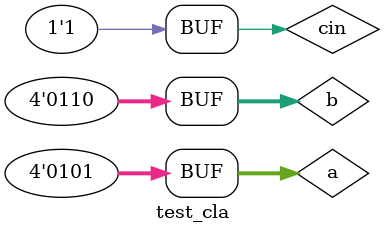
<source format=v>
`timescale 1ns / 1ps


module test_cla;

	// Inputs
	reg [3:0] a;
	reg [3:0] b;
	reg cin;

	// Outputs
	wire [3:0] sum;
	wire cout;

	// Instantiate the Unit Under Test (UUT)
	cla uut (
		.a(a), 
		.b(b), 
		.cin(cin), 
		.sum(sum), 
		.cout(cout)
	);

	initial begin
		// Initialize Inputs
		a = 0;
		b = 0;
		cin = 0;

		// Wait 100 ns for global reset to finish
		#100;
     a = 5;
     b = 6;
     cin = 1;
        
		// Add stimulus here

	end
      
endmodule


</source>
